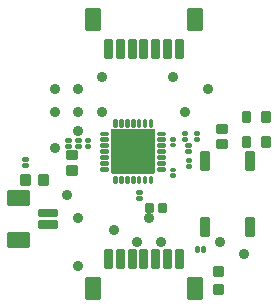
<source format=gbr>
G04 EAGLE Gerber RS-274X export*
G75*
%MOMM*%
%FSLAX34Y34*%
%LPD*%
%INSoldermask Top*%
%IPPOS*%
%AMOC8*
5,1,8,0,0,1.08239X$1,22.5*%
G01*
%ADD10C,0.225369*%
%ADD11C,0.225588*%
%ADD12C,0.229969*%
%ADD13C,0.223619*%
%ADD14C,0.227919*%
%ADD15C,0.231559*%
%ADD16C,0.231750*%
%ADD17C,0.222250*%
%ADD18C,0.233100*%
%ADD19C,0.889000*%

G36*
X134760Y145637D02*
X134760Y145637D01*
X134761Y145639D01*
X134741Y145682D01*
X134723Y145726D01*
X134721Y145726D01*
X134720Y145728D01*
X134635Y145761D01*
X97365Y145761D01*
X97363Y145760D01*
X97361Y145761D01*
X97318Y145741D01*
X97274Y145723D01*
X97274Y145721D01*
X97272Y145720D01*
X97239Y145635D01*
X97239Y108365D01*
X97240Y108363D01*
X97239Y108361D01*
X97259Y108318D01*
X97277Y108274D01*
X97279Y108274D01*
X97280Y108272D01*
X97365Y108239D01*
X134635Y108239D01*
X134637Y108240D01*
X134639Y108239D01*
X134682Y108259D01*
X134726Y108277D01*
X134726Y108279D01*
X134728Y108280D01*
X134761Y108365D01*
X134761Y145635D01*
X134760Y145637D01*
G37*
%LPC*%
G36*
X129685Y136937D02*
X129685Y136937D01*
X125937Y136937D01*
X125937Y140685D01*
X129685Y140685D01*
X129685Y136937D01*
G37*
%LPD*%
%LPC*%
G36*
X102315Y136937D02*
X102315Y136937D01*
X102315Y140685D01*
X106063Y140685D01*
X106063Y136937D01*
X102315Y136937D01*
G37*
%LPD*%
%LPC*%
G36*
X110189Y136937D02*
X110189Y136937D01*
X110189Y140685D01*
X113937Y140685D01*
X113937Y136937D01*
X110189Y136937D01*
G37*
%LPD*%
%LPC*%
G36*
X118063Y136937D02*
X118063Y136937D01*
X118063Y140685D01*
X121811Y140685D01*
X121811Y136937D01*
X118063Y136937D01*
G37*
%LPD*%
%LPC*%
G36*
X129685Y129063D02*
X129685Y129063D01*
X125937Y129063D01*
X125937Y132811D01*
X129685Y132811D01*
X129685Y129063D01*
G37*
%LPD*%
%LPC*%
G36*
X102315Y129063D02*
X102315Y129063D01*
X102315Y132811D01*
X106063Y132811D01*
X106063Y129063D01*
X102315Y129063D01*
G37*
%LPD*%
%LPC*%
G36*
X118063Y129063D02*
X118063Y129063D01*
X118063Y132811D01*
X121811Y132811D01*
X121811Y129063D01*
X118063Y129063D01*
G37*
%LPD*%
%LPC*%
G36*
X110189Y129063D02*
X110189Y129063D01*
X110189Y132811D01*
X113937Y132811D01*
X113937Y129063D01*
X110189Y129063D01*
G37*
%LPD*%
%LPC*%
G36*
X129685Y121189D02*
X129685Y121189D01*
X125937Y121189D01*
X125937Y124937D01*
X129685Y124937D01*
X129685Y121189D01*
G37*
%LPD*%
%LPC*%
G36*
X102315Y121189D02*
X102315Y121189D01*
X102315Y124937D01*
X106063Y124937D01*
X106063Y121189D01*
X102315Y121189D01*
G37*
%LPD*%
%LPC*%
G36*
X118063Y121189D02*
X118063Y121189D01*
X118063Y124937D01*
X121811Y124937D01*
X121811Y121189D01*
X118063Y121189D01*
G37*
%LPD*%
%LPC*%
G36*
X110189Y121189D02*
X110189Y121189D01*
X110189Y124937D01*
X113937Y124937D01*
X113937Y121189D01*
X110189Y121189D01*
G37*
%LPD*%
%LPC*%
G36*
X129685Y113315D02*
X129685Y113315D01*
X125937Y113315D01*
X125937Y117063D01*
X129685Y117063D01*
X129685Y113315D01*
G37*
%LPD*%
%LPC*%
G36*
X102315Y113315D02*
X102315Y113315D01*
X102315Y117063D01*
X106063Y117063D01*
X106063Y113315D01*
X102315Y113315D01*
G37*
%LPD*%
%LPC*%
G36*
X110189Y113315D02*
X110189Y113315D01*
X110189Y117063D01*
X113937Y117063D01*
X113937Y113315D01*
X110189Y113315D01*
G37*
%LPD*%
%LPC*%
G36*
X118063Y113315D02*
X118063Y113315D01*
X118063Y117063D01*
X121811Y117063D01*
X121811Y113315D01*
X118063Y113315D01*
G37*
%LPD*%
D10*
X36842Y62492D02*
X36842Y67508D01*
X51358Y67508D01*
X51358Y62492D01*
X36842Y62492D01*
X36842Y64633D02*
X51358Y64633D01*
X51358Y66774D02*
X36842Y66774D01*
X36842Y72492D02*
X36842Y77508D01*
X51358Y77508D01*
X51358Y72492D01*
X36842Y72492D01*
X36842Y74633D02*
X51358Y74633D01*
X51358Y76774D02*
X36842Y76774D01*
D11*
X10343Y57507D02*
X10343Y46493D01*
X10343Y57507D02*
X27357Y57507D01*
X27357Y46493D01*
X10343Y46493D01*
X10343Y48636D02*
X27357Y48636D01*
X27357Y50779D02*
X10343Y50779D01*
X10343Y52922D02*
X27357Y52922D01*
X27357Y55065D02*
X10343Y55065D01*
X10343Y57208D02*
X27357Y57208D01*
X10343Y82493D02*
X10343Y93507D01*
X27357Y93507D01*
X27357Y82493D01*
X10343Y82493D01*
X10343Y84636D02*
X27357Y84636D01*
X27357Y86779D02*
X10343Y86779D01*
X10343Y88922D02*
X27357Y88922D01*
X27357Y91065D02*
X10343Y91065D01*
X10343Y93208D02*
X27357Y93208D01*
D10*
X152492Y28842D02*
X157508Y28842D01*
X152492Y28842D02*
X152492Y43358D01*
X157508Y43358D01*
X157508Y28842D01*
X157508Y30983D02*
X152492Y30983D01*
X152492Y33124D02*
X157508Y33124D01*
X157508Y35265D02*
X152492Y35265D01*
X152492Y37406D02*
X157508Y37406D01*
X157508Y39547D02*
X152492Y39547D01*
X152492Y41688D02*
X157508Y41688D01*
X147508Y28842D02*
X142492Y28842D01*
X142492Y43358D01*
X147508Y43358D01*
X147508Y28842D01*
X147508Y30983D02*
X142492Y30983D01*
X142492Y33124D02*
X147508Y33124D01*
X147508Y35265D02*
X142492Y35265D01*
X142492Y37406D02*
X147508Y37406D01*
X147508Y39547D02*
X142492Y39547D01*
X142492Y41688D02*
X147508Y41688D01*
X137508Y28842D02*
X132492Y28842D01*
X132492Y43358D01*
X137508Y43358D01*
X137508Y28842D01*
X137508Y30983D02*
X132492Y30983D01*
X132492Y33124D02*
X137508Y33124D01*
X137508Y35265D02*
X132492Y35265D01*
X132492Y37406D02*
X137508Y37406D01*
X137508Y39547D02*
X132492Y39547D01*
X132492Y41688D02*
X137508Y41688D01*
X127508Y28842D02*
X122492Y28842D01*
X122492Y43358D01*
X127508Y43358D01*
X127508Y28842D01*
X127508Y30983D02*
X122492Y30983D01*
X122492Y33124D02*
X127508Y33124D01*
X127508Y35265D02*
X122492Y35265D01*
X122492Y37406D02*
X127508Y37406D01*
X127508Y39547D02*
X122492Y39547D01*
X122492Y41688D02*
X127508Y41688D01*
X117508Y28842D02*
X112492Y28842D01*
X112492Y43358D01*
X117508Y43358D01*
X117508Y28842D01*
X117508Y30983D02*
X112492Y30983D01*
X112492Y33124D02*
X117508Y33124D01*
X117508Y35265D02*
X112492Y35265D01*
X112492Y37406D02*
X117508Y37406D01*
X117508Y39547D02*
X112492Y39547D01*
X112492Y41688D02*
X117508Y41688D01*
X107508Y28842D02*
X102492Y28842D01*
X102492Y43358D01*
X107508Y43358D01*
X107508Y28842D01*
X107508Y30983D02*
X102492Y30983D01*
X102492Y33124D02*
X107508Y33124D01*
X107508Y35265D02*
X102492Y35265D01*
X102492Y37406D02*
X107508Y37406D01*
X107508Y39547D02*
X102492Y39547D01*
X102492Y41688D02*
X107508Y41688D01*
X97508Y28842D02*
X92492Y28842D01*
X92492Y43358D01*
X97508Y43358D01*
X97508Y28842D01*
X97508Y30983D02*
X92492Y30983D01*
X92492Y33124D02*
X97508Y33124D01*
X97508Y35265D02*
X92492Y35265D01*
X92492Y37406D02*
X97508Y37406D01*
X97508Y39547D02*
X92492Y39547D01*
X92492Y41688D02*
X97508Y41688D01*
D11*
X162493Y2343D02*
X173507Y2343D01*
X162493Y2343D02*
X162493Y19357D01*
X173507Y19357D01*
X173507Y2343D01*
X173507Y4486D02*
X162493Y4486D01*
X162493Y6629D02*
X173507Y6629D01*
X173507Y8772D02*
X162493Y8772D01*
X162493Y10915D02*
X173507Y10915D01*
X173507Y13058D02*
X162493Y13058D01*
X162493Y15201D02*
X173507Y15201D01*
X173507Y17344D02*
X162493Y17344D01*
X87507Y2343D02*
X76493Y2343D01*
X76493Y19357D01*
X87507Y19357D01*
X87507Y2343D01*
X87507Y4486D02*
X76493Y4486D01*
X76493Y6629D02*
X87507Y6629D01*
X87507Y8772D02*
X76493Y8772D01*
X76493Y10915D02*
X87507Y10915D01*
X87507Y13058D02*
X76493Y13058D01*
X76493Y15201D02*
X87507Y15201D01*
X87507Y17344D02*
X76493Y17344D01*
D10*
X92492Y221158D02*
X97508Y221158D01*
X97508Y206642D01*
X92492Y206642D01*
X92492Y221158D01*
X92492Y208783D02*
X97508Y208783D01*
X97508Y210924D02*
X92492Y210924D01*
X92492Y213065D02*
X97508Y213065D01*
X97508Y215206D02*
X92492Y215206D01*
X92492Y217347D02*
X97508Y217347D01*
X97508Y219488D02*
X92492Y219488D01*
X102492Y221158D02*
X107508Y221158D01*
X107508Y206642D01*
X102492Y206642D01*
X102492Y221158D01*
X102492Y208783D02*
X107508Y208783D01*
X107508Y210924D02*
X102492Y210924D01*
X102492Y213065D02*
X107508Y213065D01*
X107508Y215206D02*
X102492Y215206D01*
X102492Y217347D02*
X107508Y217347D01*
X107508Y219488D02*
X102492Y219488D01*
X112492Y221158D02*
X117508Y221158D01*
X117508Y206642D01*
X112492Y206642D01*
X112492Y221158D01*
X112492Y208783D02*
X117508Y208783D01*
X117508Y210924D02*
X112492Y210924D01*
X112492Y213065D02*
X117508Y213065D01*
X117508Y215206D02*
X112492Y215206D01*
X112492Y217347D02*
X117508Y217347D01*
X117508Y219488D02*
X112492Y219488D01*
X122492Y221158D02*
X127508Y221158D01*
X127508Y206642D01*
X122492Y206642D01*
X122492Y221158D01*
X122492Y208783D02*
X127508Y208783D01*
X127508Y210924D02*
X122492Y210924D01*
X122492Y213065D02*
X127508Y213065D01*
X127508Y215206D02*
X122492Y215206D01*
X122492Y217347D02*
X127508Y217347D01*
X127508Y219488D02*
X122492Y219488D01*
X132492Y221158D02*
X137508Y221158D01*
X137508Y206642D01*
X132492Y206642D01*
X132492Y221158D01*
X132492Y208783D02*
X137508Y208783D01*
X137508Y210924D02*
X132492Y210924D01*
X132492Y213065D02*
X137508Y213065D01*
X137508Y215206D02*
X132492Y215206D01*
X132492Y217347D02*
X137508Y217347D01*
X137508Y219488D02*
X132492Y219488D01*
X142492Y221158D02*
X147508Y221158D01*
X147508Y206642D01*
X142492Y206642D01*
X142492Y221158D01*
X142492Y208783D02*
X147508Y208783D01*
X147508Y210924D02*
X142492Y210924D01*
X142492Y213065D02*
X147508Y213065D01*
X147508Y215206D02*
X142492Y215206D01*
X142492Y217347D02*
X147508Y217347D01*
X147508Y219488D02*
X142492Y219488D01*
X152492Y221158D02*
X157508Y221158D01*
X157508Y206642D01*
X152492Y206642D01*
X152492Y221158D01*
X152492Y208783D02*
X157508Y208783D01*
X157508Y210924D02*
X152492Y210924D01*
X152492Y213065D02*
X157508Y213065D01*
X157508Y215206D02*
X152492Y215206D01*
X152492Y217347D02*
X157508Y217347D01*
X157508Y219488D02*
X152492Y219488D01*
D11*
X87507Y247657D02*
X76493Y247657D01*
X87507Y247657D02*
X87507Y230643D01*
X76493Y230643D01*
X76493Y247657D01*
X76493Y232786D02*
X87507Y232786D01*
X87507Y234929D02*
X76493Y234929D01*
X76493Y237072D02*
X87507Y237072D01*
X87507Y239215D02*
X76493Y239215D01*
X76493Y241358D02*
X87507Y241358D01*
X87507Y243501D02*
X76493Y243501D01*
X76493Y245644D02*
X87507Y245644D01*
X162493Y247657D02*
X173507Y247657D01*
X173507Y230643D01*
X162493Y230643D01*
X162493Y247657D01*
X162493Y232786D02*
X173507Y232786D01*
X173507Y234929D02*
X162493Y234929D01*
X162493Y237072D02*
X173507Y237072D01*
X173507Y239215D02*
X162493Y239215D01*
X162493Y241358D02*
X173507Y241358D01*
X173507Y243501D02*
X162493Y243501D01*
X162493Y245644D02*
X173507Y245644D01*
D12*
X131735Y153485D02*
X130265Y153485D01*
X131735Y153485D02*
X131735Y148515D01*
X130265Y148515D01*
X130265Y153485D01*
X130265Y150700D02*
X131735Y150700D01*
X131735Y152885D02*
X130265Y152885D01*
X126735Y153485D02*
X125265Y153485D01*
X126735Y153485D02*
X126735Y148515D01*
X125265Y148515D01*
X125265Y153485D01*
X125265Y150700D02*
X126735Y150700D01*
X126735Y152885D02*
X125265Y152885D01*
X121735Y153485D02*
X120265Y153485D01*
X121735Y153485D02*
X121735Y148515D01*
X120265Y148515D01*
X120265Y153485D01*
X120265Y150700D02*
X121735Y150700D01*
X121735Y152885D02*
X120265Y152885D01*
X116735Y153485D02*
X115265Y153485D01*
X116735Y153485D02*
X116735Y148515D01*
X115265Y148515D01*
X115265Y153485D01*
X115265Y150700D02*
X116735Y150700D01*
X116735Y152885D02*
X115265Y152885D01*
X111735Y153485D02*
X110265Y153485D01*
X111735Y153485D02*
X111735Y148515D01*
X110265Y148515D01*
X110265Y153485D01*
X110265Y150700D02*
X111735Y150700D01*
X111735Y152885D02*
X110265Y152885D01*
X106735Y153485D02*
X105265Y153485D01*
X106735Y153485D02*
X106735Y148515D01*
X105265Y148515D01*
X105265Y153485D01*
X105265Y150700D02*
X106735Y150700D01*
X106735Y152885D02*
X105265Y152885D01*
X101735Y153485D02*
X100265Y153485D01*
X101735Y153485D02*
X101735Y148515D01*
X100265Y148515D01*
X100265Y153485D01*
X100265Y150700D02*
X101735Y150700D01*
X101735Y152885D02*
X100265Y152885D01*
X94485Y142735D02*
X94485Y141265D01*
X89515Y141265D01*
X89515Y142735D01*
X94485Y142735D01*
X94485Y137735D02*
X94485Y136265D01*
X89515Y136265D01*
X89515Y137735D01*
X94485Y137735D01*
X94485Y132735D02*
X94485Y131265D01*
X89515Y131265D01*
X89515Y132735D01*
X94485Y132735D01*
X94485Y127735D02*
X94485Y126265D01*
X89515Y126265D01*
X89515Y127735D01*
X94485Y127735D01*
X94485Y122735D02*
X94485Y121265D01*
X89515Y121265D01*
X89515Y122735D01*
X94485Y122735D01*
X94485Y117735D02*
X94485Y116265D01*
X89515Y116265D01*
X89515Y117735D01*
X94485Y117735D01*
X94485Y112735D02*
X94485Y111265D01*
X89515Y111265D01*
X89515Y112735D01*
X94485Y112735D01*
X100265Y105485D02*
X101735Y105485D01*
X101735Y100515D01*
X100265Y100515D01*
X100265Y105485D01*
X100265Y102700D02*
X101735Y102700D01*
X101735Y104885D02*
X100265Y104885D01*
X105265Y105485D02*
X106735Y105485D01*
X106735Y100515D01*
X105265Y100515D01*
X105265Y105485D01*
X105265Y102700D02*
X106735Y102700D01*
X106735Y104885D02*
X105265Y104885D01*
X110265Y105485D02*
X111735Y105485D01*
X111735Y100515D01*
X110265Y100515D01*
X110265Y105485D01*
X110265Y102700D02*
X111735Y102700D01*
X111735Y104885D02*
X110265Y104885D01*
X115265Y105485D02*
X116735Y105485D01*
X116735Y100515D01*
X115265Y100515D01*
X115265Y105485D01*
X115265Y102700D02*
X116735Y102700D01*
X116735Y104885D02*
X115265Y104885D01*
X120265Y105485D02*
X121735Y105485D01*
X121735Y100515D01*
X120265Y100515D01*
X120265Y105485D01*
X120265Y102700D02*
X121735Y102700D01*
X121735Y104885D02*
X120265Y104885D01*
X125265Y105485D02*
X126735Y105485D01*
X126735Y100515D01*
X125265Y100515D01*
X125265Y105485D01*
X125265Y102700D02*
X126735Y102700D01*
X126735Y104885D02*
X125265Y104885D01*
X130265Y105485D02*
X131735Y105485D01*
X131735Y100515D01*
X130265Y100515D01*
X130265Y105485D01*
X130265Y102700D02*
X131735Y102700D01*
X131735Y104885D02*
X130265Y104885D01*
X142485Y111265D02*
X142485Y112735D01*
X142485Y111265D02*
X137515Y111265D01*
X137515Y112735D01*
X142485Y112735D01*
X142485Y116265D02*
X142485Y117735D01*
X142485Y116265D02*
X137515Y116265D01*
X137515Y117735D01*
X142485Y117735D01*
X142485Y121265D02*
X142485Y122735D01*
X142485Y121265D02*
X137515Y121265D01*
X137515Y122735D01*
X142485Y122735D01*
X142485Y126265D02*
X142485Y127735D01*
X142485Y126265D02*
X137515Y126265D01*
X137515Y127735D01*
X142485Y127735D01*
X142485Y131265D02*
X142485Y132735D01*
X142485Y131265D02*
X137515Y131265D01*
X137515Y132735D01*
X142485Y132735D01*
X142485Y136265D02*
X142485Y137735D01*
X142485Y136265D02*
X137515Y136265D01*
X137515Y137735D01*
X142485Y137735D01*
X142485Y141265D02*
X142485Y142735D01*
X142485Y141265D02*
X137515Y141265D01*
X137515Y142735D01*
X142485Y142735D01*
D13*
X98483Y144517D02*
X98483Y109483D01*
X98483Y144517D02*
X133517Y144517D01*
X133517Y109483D01*
X98483Y109483D01*
X98483Y111607D02*
X133517Y111607D01*
X133517Y113731D02*
X98483Y113731D01*
X98483Y115855D02*
X133517Y115855D01*
X133517Y117979D02*
X98483Y117979D01*
X98483Y120103D02*
X133517Y120103D01*
X133517Y122227D02*
X98483Y122227D01*
X98483Y124351D02*
X133517Y124351D01*
X133517Y126475D02*
X98483Y126475D01*
X98483Y128599D02*
X133517Y128599D01*
X133517Y130723D02*
X98483Y130723D01*
X98483Y132847D02*
X133517Y132847D01*
X133517Y134971D02*
X98483Y134971D01*
X98483Y137095D02*
X133517Y137095D01*
X133517Y139219D02*
X98483Y139219D01*
X98483Y141343D02*
X133517Y141343D01*
X133517Y143467D02*
X98483Y143467D01*
D14*
X119354Y93446D02*
X119354Y91654D01*
X119354Y93446D02*
X122646Y93446D01*
X122646Y91654D01*
X119354Y91654D01*
X119354Y88346D02*
X119354Y86554D01*
X119354Y88346D02*
X122646Y88346D01*
X122646Y86554D01*
X119354Y86554D01*
D12*
X164235Y113765D02*
X164235Y115235D01*
X164235Y113765D02*
X161765Y113765D01*
X161765Y115235D01*
X164235Y115235D01*
X164235Y118765D02*
X164235Y120235D01*
X164235Y118765D02*
X161765Y118765D01*
X161765Y120235D01*
X164235Y120235D01*
D15*
X187023Y143523D02*
X187023Y149477D01*
X194977Y149477D01*
X194977Y143523D01*
X187023Y143523D01*
X187023Y145723D02*
X194977Y145723D01*
X194977Y147923D02*
X187023Y147923D01*
X187023Y136477D02*
X187023Y130523D01*
X187023Y136477D02*
X194977Y136477D01*
X194977Y130523D01*
X187023Y130523D01*
X187023Y132723D02*
X194977Y132723D01*
X194977Y134923D02*
X187023Y134923D01*
D14*
X26646Y116346D02*
X26646Y114554D01*
X23354Y114554D01*
X23354Y116346D01*
X26646Y116346D01*
X26646Y119654D02*
X26646Y121446D01*
X26646Y119654D02*
X23354Y119654D01*
X23354Y121446D01*
X26646Y121446D01*
D10*
X126992Y75992D02*
X132008Y75992D01*
X126992Y75992D02*
X126992Y82008D01*
X132008Y82008D01*
X132008Y75992D01*
X132008Y78133D02*
X126992Y78133D01*
X126992Y80274D02*
X132008Y80274D01*
X137992Y75992D02*
X143008Y75992D01*
X137992Y75992D02*
X137992Y82008D01*
X143008Y82008D01*
X143008Y75992D01*
X143008Y78133D02*
X137992Y78133D01*
X137992Y80274D02*
X143008Y80274D01*
D14*
X59354Y135654D02*
X59354Y137446D01*
X62646Y137446D01*
X62646Y135654D01*
X59354Y135654D01*
X59354Y132346D02*
X59354Y130554D01*
X59354Y132346D02*
X62646Y132346D01*
X62646Y130554D01*
X59354Y130554D01*
X68354Y135654D02*
X68354Y137446D01*
X71646Y137446D01*
X71646Y135654D01*
X68354Y135654D01*
X68354Y132346D02*
X68354Y130554D01*
X68354Y132346D02*
X71646Y132346D01*
X71646Y130554D01*
X68354Y130554D01*
D15*
X60023Y126977D02*
X60023Y121023D01*
X60023Y126977D02*
X67977Y126977D01*
X67977Y121023D01*
X60023Y121023D01*
X60023Y123223D02*
X67977Y123223D01*
X67977Y125423D02*
X60023Y125423D01*
X60023Y113977D02*
X60023Y108023D01*
X60023Y113977D02*
X67977Y113977D01*
X67977Y108023D01*
X60023Y108023D01*
X60023Y110223D02*
X67977Y110223D01*
X67977Y112423D02*
X60023Y112423D01*
D12*
X168765Y141765D02*
X168765Y143235D01*
X171235Y143235D01*
X171235Y141765D01*
X168765Y141765D01*
X168765Y138235D02*
X168765Y136765D01*
X168765Y138235D02*
X171235Y138235D01*
X171235Y136765D01*
X168765Y136765D01*
X79235Y132235D02*
X79235Y130765D01*
X76765Y130765D01*
X76765Y132235D01*
X79235Y132235D01*
X79235Y135765D02*
X79235Y137235D01*
X79235Y135765D02*
X76765Y135765D01*
X76765Y137235D01*
X79235Y137235D01*
D16*
X28576Y106476D02*
X28576Y99524D01*
X21624Y99524D01*
X21624Y106476D01*
X28576Y106476D01*
X28576Y101726D02*
X21624Y101726D01*
X21624Y103928D02*
X28576Y103928D01*
X28576Y106130D02*
X21624Y106130D01*
X43576Y106476D02*
X43576Y99524D01*
X36624Y99524D01*
X36624Y106476D01*
X43576Y106476D01*
X43576Y101726D02*
X36624Y101726D01*
X36624Y103928D02*
X43576Y103928D01*
X43576Y106130D02*
X36624Y106130D01*
D12*
X158765Y141765D02*
X158765Y143235D01*
X161235Y143235D01*
X161235Y141765D01*
X158765Y141765D01*
X158765Y138235D02*
X158765Y136765D01*
X158765Y138235D02*
X161235Y138235D01*
X161235Y136765D01*
X158765Y136765D01*
X148765Y112235D02*
X148765Y110765D01*
X148765Y112235D02*
X151235Y112235D01*
X151235Y110765D01*
X148765Y110765D01*
X148765Y107235D02*
X148765Y105765D01*
X148765Y107235D02*
X151235Y107235D01*
X151235Y105765D01*
X148765Y105765D01*
X151235Y131765D02*
X151235Y133235D01*
X151235Y131765D02*
X148765Y131765D01*
X148765Y133235D01*
X151235Y133235D01*
X151235Y136765D02*
X151235Y138235D01*
X151235Y136765D02*
X148765Y136765D01*
X148765Y138235D01*
X151235Y138235D01*
D17*
X173416Y70204D02*
X180084Y70204D01*
X180084Y55916D01*
X173416Y55916D01*
X173416Y70204D01*
X173416Y58028D02*
X180084Y58028D01*
X180084Y60140D02*
X173416Y60140D01*
X173416Y62252D02*
X180084Y62252D01*
X180084Y64364D02*
X173416Y64364D01*
X173416Y66476D02*
X180084Y66476D01*
X180084Y68588D02*
X173416Y68588D01*
X173416Y126084D02*
X180084Y126084D01*
X180084Y111796D01*
X173416Y111796D01*
X173416Y126084D01*
X173416Y113908D02*
X180084Y113908D01*
X180084Y116020D02*
X173416Y116020D01*
X173416Y118132D02*
X180084Y118132D01*
X180084Y120244D02*
X173416Y120244D01*
X173416Y122356D02*
X180084Y122356D01*
X180084Y124468D02*
X173416Y124468D01*
X211516Y70204D02*
X218184Y70204D01*
X218184Y55916D01*
X211516Y55916D01*
X211516Y70204D01*
X211516Y58028D02*
X218184Y58028D01*
X218184Y60140D02*
X211516Y60140D01*
X211516Y62252D02*
X218184Y62252D01*
X218184Y64364D02*
X211516Y64364D01*
X211516Y66476D02*
X218184Y66476D01*
X218184Y68588D02*
X211516Y68588D01*
X211516Y126084D02*
X218184Y126084D01*
X218184Y111796D01*
X211516Y111796D01*
X211516Y126084D01*
X211516Y113908D02*
X218184Y113908D01*
X218184Y116020D02*
X211516Y116020D01*
X211516Y118132D02*
X218184Y118132D01*
X218184Y120244D02*
X211516Y120244D01*
X211516Y122356D02*
X218184Y122356D01*
X218184Y124468D02*
X211516Y124468D01*
D14*
X164646Y126554D02*
X164646Y128346D01*
X164646Y126554D02*
X161354Y126554D01*
X161354Y128346D01*
X164646Y128346D01*
X164646Y131654D02*
X164646Y133446D01*
X164646Y131654D02*
X161354Y131654D01*
X161354Y133446D01*
X164646Y133446D01*
D18*
X231170Y131230D02*
X231170Y139170D01*
X231170Y131230D02*
X225730Y131230D01*
X225730Y139170D01*
X231170Y139170D01*
X231170Y133444D02*
X225730Y133444D01*
X225730Y135658D02*
X231170Y135658D01*
X231170Y137872D02*
X225730Y137872D01*
X231170Y152230D02*
X231170Y160170D01*
X231170Y152230D02*
X225730Y152230D01*
X225730Y160170D01*
X231170Y160170D01*
X231170Y154444D02*
X225730Y154444D01*
X225730Y156658D02*
X231170Y156658D01*
X231170Y158872D02*
X225730Y158872D01*
X209230Y160170D02*
X209230Y152230D01*
X209230Y160170D02*
X214670Y160170D01*
X214670Y152230D01*
X209230Y152230D01*
X209230Y154444D02*
X214670Y154444D01*
X214670Y156658D02*
X209230Y156658D01*
X209230Y158872D02*
X214670Y158872D01*
X209230Y139170D02*
X209230Y131230D01*
X209230Y139170D02*
X214670Y139170D01*
X214670Y131230D01*
X209230Y131230D01*
X209230Y133444D02*
X214670Y133444D01*
X214670Y135658D02*
X209230Y135658D01*
X209230Y137872D02*
X214670Y137872D01*
D14*
X171346Y42354D02*
X169554Y42354D01*
X169554Y45646D01*
X171346Y45646D01*
X171346Y42354D01*
X171346Y44519D02*
X169554Y44519D01*
X174654Y42354D02*
X176446Y42354D01*
X174654Y42354D02*
X174654Y45646D01*
X176446Y45646D01*
X176446Y42354D01*
X176446Y44519D02*
X174654Y44519D01*
D16*
X184524Y22024D02*
X191476Y22024D01*
X184524Y22024D02*
X184524Y28976D01*
X191476Y28976D01*
X191476Y22024D01*
X191476Y24226D02*
X184524Y24226D01*
X184524Y26428D02*
X191476Y26428D01*
X191476Y28630D02*
X184524Y28630D01*
X184524Y7024D02*
X191476Y7024D01*
X184524Y7024D02*
X184524Y13976D01*
X191476Y13976D01*
X191476Y7024D01*
X191476Y9226D02*
X184524Y9226D01*
X184524Y11428D02*
X191476Y11428D01*
X191476Y13630D02*
X184524Y13630D01*
D19*
X130000Y70000D03*
X60000Y90000D03*
X210000Y40000D03*
X190000Y50000D03*
X100000Y60000D03*
X120000Y50000D03*
X70000Y30000D03*
X50000Y180000D03*
X140000Y50000D03*
X70000Y70000D03*
X70000Y160000D03*
X50000Y160000D03*
X90000Y160000D03*
X70000Y180000D03*
X90000Y190000D03*
X150000Y190000D03*
X180000Y180000D03*
X160000Y160000D03*
X70000Y144000D03*
X50000Y130000D03*
M02*

</source>
